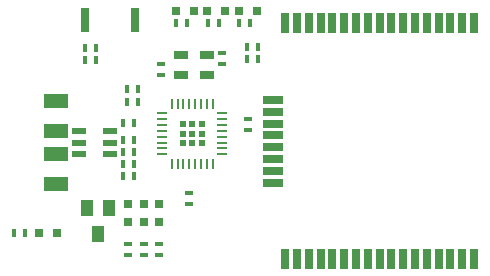
<source format=gtp>
G75*
%MOIN*%
%OFA0B0*%
%FSLAX25Y25*%
%IPPOS*%
%LPD*%
%AMOC8*
5,1,8,0,0,1.08239X$1,22.5*
%
%ADD10R,0.01800X0.03000*%
%ADD11R,0.03150X0.03150*%
%ADD12R,0.02756X0.06693*%
%ADD13R,0.06693X0.02756*%
%ADD14R,0.03543X0.01142*%
%ADD15R,0.01142X0.03543*%
%ADD16R,0.01969X0.01969*%
%ADD17R,0.05000X0.02500*%
%ADD18R,0.03000X0.01800*%
%ADD19R,0.03937X0.05512*%
%ADD20R,0.07874X0.04724*%
%ADD21R,0.03150X0.07874*%
%ADD22R,0.04724X0.02165*%
D10*
X0016782Y0032000D03*
X0020382Y0032000D03*
X0052907Y0051000D03*
X0056507Y0051000D03*
X0056507Y0055000D03*
X0052907Y0055000D03*
X0052907Y0059000D03*
X0056507Y0059000D03*
X0056507Y0063000D03*
X0052907Y0063000D03*
X0052932Y0068475D03*
X0056532Y0068475D03*
X0057882Y0075500D03*
X0054282Y0075500D03*
X0054282Y0080000D03*
X0057882Y0080000D03*
X0043882Y0089500D03*
X0040282Y0089500D03*
X0040282Y0093500D03*
X0043882Y0093500D03*
X0070782Y0102000D03*
X0074382Y0102000D03*
X0081282Y0102000D03*
X0084882Y0102000D03*
X0091782Y0102000D03*
X0095382Y0102000D03*
X0094282Y0094000D03*
X0097882Y0094000D03*
X0097882Y0090000D03*
X0094282Y0090000D03*
D11*
X0091630Y0106000D03*
X0087035Y0106000D03*
X0081130Y0106000D03*
X0076535Y0106000D03*
X0070630Y0106000D03*
X0097535Y0106000D03*
X0065082Y0041453D03*
X0060082Y0041453D03*
X0054582Y0041453D03*
X0054582Y0035547D03*
X0060082Y0035547D03*
X0065082Y0035547D03*
X0031035Y0032000D03*
X0025130Y0032000D03*
D12*
X0107034Y0023100D03*
X0110971Y0023100D03*
X0114908Y0023100D03*
X0118845Y0023100D03*
X0122782Y0023100D03*
X0126719Y0023100D03*
X0130656Y0023100D03*
X0134593Y0023100D03*
X0138530Y0023100D03*
X0142467Y0023100D03*
X0146404Y0023100D03*
X0150341Y0023100D03*
X0154278Y0023100D03*
X0158215Y0023100D03*
X0162152Y0023100D03*
X0166089Y0023100D03*
X0170026Y0023100D03*
X0170026Y0101840D03*
X0166089Y0101840D03*
X0162152Y0101840D03*
X0158215Y0101840D03*
X0154278Y0101840D03*
X0150341Y0101840D03*
X0146404Y0101840D03*
X0142467Y0101840D03*
X0138530Y0101840D03*
X0134593Y0101840D03*
X0130656Y0101840D03*
X0126719Y0101840D03*
X0122782Y0101840D03*
X0118845Y0101840D03*
X0114908Y0101840D03*
X0110971Y0101840D03*
X0107034Y0101840D03*
D13*
X0103097Y0076250D03*
X0103097Y0072313D03*
X0103097Y0068376D03*
X0103097Y0064439D03*
X0103097Y0060502D03*
X0103097Y0056565D03*
X0103097Y0052628D03*
X0103097Y0048691D03*
D14*
X0086122Y0058110D03*
X0086122Y0060079D03*
X0086122Y0062047D03*
X0086122Y0064016D03*
X0086122Y0065984D03*
X0086122Y0067953D03*
X0086122Y0069921D03*
X0086122Y0071890D03*
X0066043Y0071890D03*
X0066043Y0069921D03*
X0066043Y0067953D03*
X0066043Y0065984D03*
X0066043Y0064016D03*
X0066043Y0062047D03*
X0066043Y0060079D03*
X0066043Y0058110D03*
D15*
X0069193Y0054961D03*
X0071161Y0054961D03*
X0073130Y0054961D03*
X0075098Y0054961D03*
X0077067Y0054961D03*
X0079035Y0054961D03*
X0081004Y0054961D03*
X0082972Y0054961D03*
X0082972Y0075039D03*
X0081004Y0075039D03*
X0079035Y0075039D03*
X0077067Y0075039D03*
X0075098Y0075039D03*
X0073130Y0075039D03*
X0071161Y0075039D03*
X0069193Y0075039D03*
D16*
X0072933Y0068150D03*
X0076082Y0068150D03*
X0079232Y0068150D03*
X0079232Y0065000D03*
X0076082Y0065000D03*
X0072933Y0065000D03*
X0072933Y0061850D03*
X0076082Y0061850D03*
X0079232Y0061850D03*
D17*
X0080882Y0084700D03*
X0072282Y0084700D03*
X0072282Y0091300D03*
X0080882Y0091300D03*
D18*
X0054582Y0024700D03*
X0054582Y0028300D03*
X0060082Y0028300D03*
X0065082Y0028300D03*
X0065082Y0024700D03*
X0060082Y0024700D03*
X0075082Y0041700D03*
X0075082Y0045300D03*
X0094582Y0066200D03*
X0094582Y0069800D03*
X0065582Y0084700D03*
X0065582Y0088300D03*
X0086082Y0088200D03*
X0086082Y0091800D03*
D19*
X0048323Y0040331D03*
X0040842Y0040331D03*
X0044582Y0031669D03*
D20*
X0030645Y0048220D03*
X0030645Y0058063D03*
X0030645Y0065937D03*
X0030645Y0075780D03*
D21*
X0040315Y0103000D03*
X0056850Y0103000D03*
D22*
X0048701Y0065740D03*
X0048701Y0062000D03*
X0048701Y0058260D03*
X0038464Y0058260D03*
X0038464Y0062000D03*
X0038464Y0065740D03*
M02*

</source>
